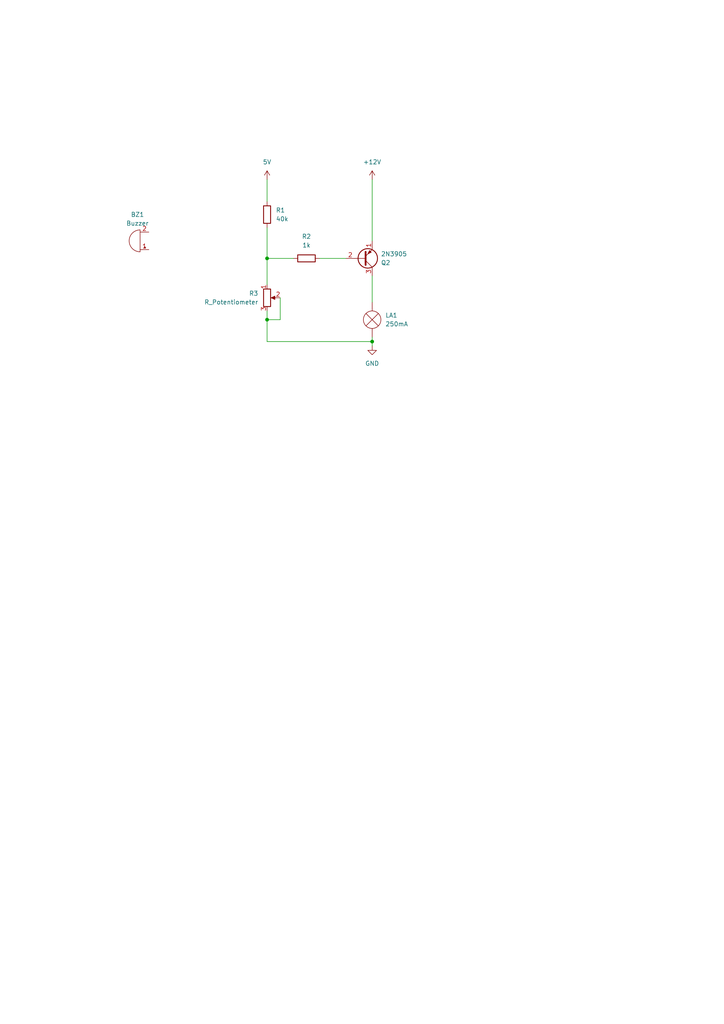
<source format=kicad_sch>
(kicad_sch (version 20250114) (generator "eeschema") (generator_version "9.0")
  (paper "A4" portrait)
  (lib_symbols
    (symbol "Device:Buzzer" (pin_names (offset 0.0254) (hide yes))
      (property "Reference" "BZ" (at 3.81 1.27 0))
      (property "Value" "Buzzer" (at 3.81 -1.27 0))
      (symbol "Buzzer_0_1"
        (polyline (pts (xy -1.651 1.905) (xy -1.143 1.905)))
        (polyline (pts (xy -1.397 2.159) (xy -1.397 1.651)))
        (arc (start 0 3.175) (mid 3.1612 0) (end 0 -3.175))
        (polyline (pts (xy 0 3.175) (xy 0 -3.175)))
      )
      (symbol "Buzzer_1_1"
        (pin passive line (at -2.54 2.54 0) (length 2.54) (name "+") (number "1"))
        (pin passive line (at -2.54 -2.54 0) (length 2.54) (name "-") (number "2"))
      )
    )
    (symbol "Device:Lamp" (pin_numbers (hide yes)) (pin_names (offset 0.0254) (hide yes))
      (property "Reference" "LA" (at 0.635 3.81 0))
      (property "Value" "Lamp" (at 0.635 -3.81 0))
      (symbol "Lamp_0_1"
        (polyline (pts (xy -1.778 1.778) (xy 1.778 -1.778)))
        (circle (center 0 0) (radius 2.54))
        (polyline (pts (xy 1.778 1.778) (xy -1.778 -1.778)))
      )
      (symbol "Lamp_1_1"
        (pin passive line (at 0 5.08 270) (length 2.54) (name "+") (number "2"))
        (pin passive line (at 0 -5.08 90) (length 2.54) (name "-") (number "1"))
      )
    )
    (symbol "Device:R" (pin_numbers (hide yes)) (pin_names (offset 0))
      (property "Reference" "R" (at 2.032 0 90))
      (property "Value" "R" (at 0 0 90))
      (symbol "R_0_1"
        (rectangle (start -1.016 -2.54) (end 1.016 2.54) (stroke (width 0.254)))
      )
      (symbol "R_1_1"
        (pin passive line (at 0 3.81 270) (length 1.27) (name "~") (number "1"))
        (pin passive line (at 0 -3.81 90) (length 1.27) (name "~") (number "2"))
      )
    )
    (symbol "Device:R_Potentiometer" (pin_names (offset 1.016) (hide yes))
      (property "Reference" "RV" (at -4.445 0 90))
      (property "Value" "R_Potentiometer" (at -2.54 0 90))
      (symbol "R_Potentiometer_0_1"
        (rectangle (start 1.016 2.54) (end -1.016 -2.54) (stroke (width 0.254)))
        (polyline (pts (xy 1.143 0) (xy 2.286 0.508) (xy 2.286 -0.508) (xy 1.143 0)) (fill (type outline)))
        (polyline (pts (xy 2.54 0) (xy 1.524 0)))
      )
      (symbol "R_Potentiometer_1_1"
        (pin passive line (at 0 3.81 270) (length 1.27) (name "1") (number "1"))
        (pin passive line (at 0 -3.81 90) (length 1.27) (name "3") (number "3"))
        (pin passive line (at 3.81 0 180) (length 1.27) (name "2") (number "2"))
      )
    )
    (symbol "Transistor_BJT:2N3905" (pin_names (offset 0) (hide yes))
      (property "Reference" "Q" (at 5.08 1.905 0))
      (property "Value" "2N3905" (at 5.08 0 0))
      (symbol "2N3905_0_1"
        (polyline (pts (xy -2.54 0) (xy 0.635 0)))
        (polyline (pts (xy 0.635 1.905) (xy 0.635 -1.905)) (stroke (width 0.508)))
        (polyline (pts (xy 0.635 0.635) (xy 2.54 2.54)))
        (polyline (pts (xy 0.635 -0.635) (xy 2.54 -2.54)))
        (circle (center 1.27 0) (radius 2.8194) (stroke (width 0.254)))
        (polyline (pts (xy 2.286 -1.778) (xy 1.778 -2.286) (xy 1.27 -1.27) (xy 2.286 -1.778)) (fill (type outline)))
      )
      (symbol "2N3905_1_1"
        (pin input line (at -5.08 0 0) (length 2.54) (name "B") (number "2"))
        (pin passive line (at 2.54 5.08 270) (length 2.54) (name "C") (number "3"))
        (pin passive line (at 2.54 -5.08 90) (length 2.54) (name "E") (number "1"))
      )
    )
    (symbol "power:+12V" (power) (pin_numbers (hide yes)) (pin_names (offset 0) (hide yes))
      (property "Value" "+12V" (at 0 3.556 0))
      (symbol "+12V_0_1"
        (polyline (pts (xy -0.762 1.27) (xy 0 2.54)))
        (polyline (pts (xy 0 2.54) (xy 0.762 1.27)))
        (polyline (pts (xy 0 0) (xy 0 2.54)))
      )
      (symbol "+12V_1_1"
        (pin power_in line (at 0 0 90) (length 0) (name "~") (number "1"))
      )
    )
    (symbol "power:+3.3V" (power) (pin_numbers (hide yes)) (pin_names (offset 0) (hide yes))
      (property "Value" "+3.3V" (at 0 3.556 0))
      (symbol "+3.3V_0_1"
        (polyline (pts (xy -0.762 1.27) (xy 0 2.54)))
        (polyline (pts (xy 0 2.54) (xy 0.762 1.27)))
        (polyline (pts (xy 0 0) (xy 0 2.54)))
      )
      (symbol "+3.3V_1_1"
        (pin power_in line (at 0 0 90) (length 0) (name "~") (number "1"))
      )
    )
    (symbol "power:GND" (power) (pin_numbers (hide yes)) (pin_names (offset 0) (hide yes))
      (property "Value" "GND" (at 0 -3.81 0))
      (symbol "GND_0_1"
        (polyline (pts (xy 0 0) (xy 0 -1.27) (xy 1.27 -1.27) (xy 0 -2.54) (xy -1.27 -1.27) (xy 0 -1.27)))
      )
      (symbol "GND_1_1"
        (pin power_in line (at 0 0 270) (length 0) (name "~") (number "1"))
      )
    )
  )
  (junction (at 77.47 74.93))
  (junction (at 107.95 99.06))
  (junction (at 77.47 92.71))
  (wire (pts (xy 81.28 92.71) (xy 77.47 92.71)))
  (wire (pts (xy 107.95 99.06) (xy 107.95 97.79)))
  (wire (pts (xy 77.47 74.93) (xy 85.09 74.93)))
  (wire (pts (xy 107.95 80.01) (xy 107.95 87.63)))
  (wire (pts (xy 77.47 92.71) (xy 77.47 99.06)))
  (wire (pts (xy 77.47 66.04) (xy 77.47 74.93)))
  (wire (pts (xy 77.47 74.93) (xy 77.47 82.55)))
  (wire (pts (xy 107.95 100.33) (xy 107.95 99.06)))
  (wire (pts (xy 77.47 52.07) (xy 77.47 58.42)))
  (wire (pts (xy 81.28 86.36) (xy 81.28 92.71)))
  (wire (pts (xy 77.47 90.17) (xy 77.47 92.71)))
  (wire (pts (xy 107.95 52.07) (xy 107.95 69.85)))
  (wire (pts (xy 77.47 99.06) (xy 107.95 99.06)))
  (wire (pts (xy 92.71 74.93) (xy 100.33 74.93)))
  (symbol (lib_id "Device:R") (at 88.9 74.93 270) (unit 1)
    (property "Reference" "R2" (at 88.9 68.58 90))
    (property "Value" "1k" (at 88.9 71.12 90))
    (property "Description" "Resistor" (effects (hide yes)))
  )
  (symbol (lib_id "power:+12V") (at 107.95 52.07 0) (unit 1)
    (property "Reference" "#PWR" (effects (hide yes)))
    (property "Value" "+12V" (at 107.95 46.99 0))
    (property "Description" "Power symbol creates a global label with name \"+12V\"" (effects (hide yes)))
    (instances (project "Урок_4" (path "" (reference "#PWR06") (unit 1))))
  )
  (symbol (lib_id "Device:R_Potentiometer") (at 77.47 86.36 0) (unit 1)
    (property "Reference" "R3" (at 74.93 85.0899 0) (effects (justify right)))
    (property "Value" "R_Potentiometer" (at 74.93 87.6299 0) (effects (justify right)))
    (property "Description" "Potentiometer" (effects (hide yes)))
  )
  (symbol (lib_id "Device:R") (at 77.47 62.23 0) (unit 1)
    (property "Reference" "R1" (at 80.01 60.9599 0) (effects (justify left)))
    (property "Value" "40k" (at 80.01 63.4999 0) (effects (justify left)))
    (property "Description" "Resistor" (effects (hide yes)))
  )
  (symbol (lib_id "power:+3.3V") (at 77.47 52.07 0) (unit 1)
    (property "Reference" "#PWR01" (effects (hide yes)))
    (property "Value" "5V" (at 77.47 46.99 0))
    (property "Description" "Power symbol creates a global label with name \"+3.3V\"" (effects (hide yes)))
  )
  (symbol (lib_id "power:GND") (at 107.95 100.33 0) (unit 1)
    (property "Reference" "#PWR" (effects (hide yes)))
    (property "Value" "GND" (at 107.95 105.41 0))
    (property "Description" "Power symbol creates a global label with name \"GND\" , ground" (effects (hide yes)))
    (instances (project "Урок_4" (path "" (reference "#PWR04") (unit 1))))
  )
  (symbol (lib_id "Transistor_BJT:2N3905") (at 105.41 74.93 0) (mirror x) (unit 1)
    (property "Reference" "Q2" (at 110.49 76.2001 0) (effects (justify left)))
    (property "Value" "2N3905" (at 110.49 73.6601 0) (effects (justify left)))
    (property "Footprint" "Package_TO_SOT_THT:TO-92_Inline" (effects (hide yes)))
    (property "Datasheet" "https://www.nteinc.com/specs/original/2N3905_06.pdf" (effects (hide yes)))
    (property "Description" "-0.2A Ic, -40V Vce, Small Signal PNP Transistor, TO-92" (effects (hide yes)))
  )
  (symbol (lib_id "Device:Buzzer") (at 40.64 69.85 180) (unit 1)
    (property "Reference" "BZ1" (at 39.8849 62.23 0))
    (property "Value" "Buzzer" (at 39.8849 64.77 0))
    (property "Description" "Buzzer, polarized" (effects (hide yes)))
  )
  (symbol (lib_id "Device:Lamp") (at 107.95 92.71 0) (unit 1)
    (property "Reference" "LA1" (at 111.76 91.4399 0) (effects (justify left)))
    (property "Value" "250mA" (at 111.76 93.9799 0) (effects (justify left)))
    (property "Description" "Lamp" (effects (hide yes)))
  )
)
</source>
